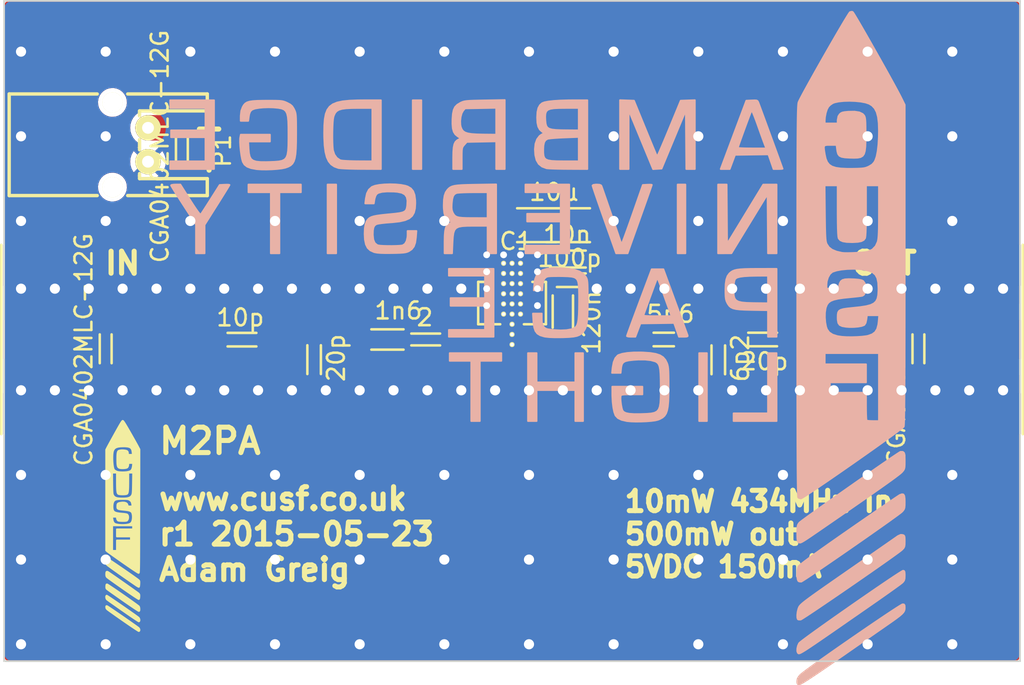
<source format=kicad_pcb>
(kicad_pcb (version 20221018) (generator pcbnew)
  (title_block (title "Martlet 2 RF PA") (date "Sat 23 May 2015") (rev "1") (company "Cambridge University Spaceflight") (comment 1 "Drawn By: Adam Greig"))
  (layers (0 "F.Cu" signal) (31 "B.Cu" signal) (34 "B.Paste" user) (35 "F.Paste" user) (36 "B.SilkS" user "B.Silkscreen") (37 "F.SilkS" user "F.Silkscreen") (38 "B.Mask" user) (39 "F.Mask" user) (44 "Edge.Cuts" user))
  (net 0 "")
  (net 1 "Net-(C1-Pad1)")
  (net 2 "Net-(C1-Pad2)")
  (net 3 "GND")
  (net 4 "+5V")
  (net 5 "Net-(C5-Pad2)")
  (net 6 "Net-(C7-Pad2)")
  (net 7 "Net-(IC1-Pad1)")
  (net 8 "Net-(IC1-Pad3)")
  (net 9 "Net-(L1-Pad1)")
  (footprint "m2pa:C0402" (layer "F.Cu") (at 123.55 87.01 180)
    (fp_text reference "C1" hide)
    (fp_text value "10p" (at 0.6 1.3 180) (layer "F.SilkS"))
    (pad "1" smd rect locked (at 0 0 180) (size 0.6 0.6) (layers "F.Cu" "F.Paste" "F.Mask") (net 1 "Net-(C1-Pad1)"))
    (pad "2" smd rect locked (at 1 0 180) (size 0.6 0.6) (layers "F.Cu" "F.Paste" "F.Mask") (net 2 "Net-(C1-Pad2)"))
  )
  (footprint "m2pa:C0402" (layer "F.Cu") (at 127.31 88.69 90)
    (fp_text reference "C2" hide)
    (fp_text value "20p" (at 0.6 1.3 90) (layer "F.SilkS"))
    (pad "1" smd rect locked (at 0 0 90) (size 0.6 0.6) (layers "F.Cu" "F.Paste" "F.Mask") (net 3 "GND"))
    (pad "2" smd rect locked (at 1 0 90) (size 0.6 0.6) (layers "F.Cu" "F.Paste" "F.Mask") (net 1 "Net-(C1-Pad1)"))
  )
  (footprint "m2pa:C0402" (layer "F.Cu") (at 143 83.5 180)
    (fp_text reference "C3" hide)
    (fp_text value "100p" (at 0.6 1.3 180) (layer "F.SilkS"))
    (pad "1" smd rect (at 0 0 180) (size 0.6 0.6) (layers "F.Cu" "F.Paste" "F.Mask") (net 4 "+5V"))
    (pad "2" smd rect (at 1 0 180) (size 0.6 0.6) (layers "F.Cu" "F.Paste" "F.Mask") (net 3 "GND"))
  )
  (footprint "m2pa:C0603" (layer "F.Cu") (at 143 82.25 180)
    (fp_text reference "C4" hide)
    (fp_text value "10n" (at 0.75 1.45 180) (layer "F.SilkS"))
    (pad "1" smd rect (at 0 0 180) (size 0.7 0.8) (layers "F.Cu" "F.Paste" "F.Mask") (net 4 "+5V"))
    (pad "2" smd rect (at 1.4 0 180) (size 0.7 0.8) (layers "F.Cu" "F.Paste" "F.Mask") (net 3 "GND"))
  )
  (footprint "m2pa:C0402" (layer "F.Cu") (at 151.18 88.7 90)
    (fp_text reference "C5" hide)
    (fp_text value "6p2" (at 0.6 1.3 90) (layer "F.SilkS"))
    (pad "1" smd rect locked (at 0 0 90) (size 0.6 0.6) (layers "F.Cu" "F.Paste" "F.Mask") (net 3 "GND"))
    (pad "2" smd rect locked (at 1 0 90) (size 0.6 0.6) (layers "F.Cu" "F.Paste" "F.Mask") (net 5 "Net-(C5-Pad2)"))
  )
  (footprint "m2pa:C1206" (layer "F.Cu") (at 143 80.25 180)
    (fp_text reference "C6" hide)
    (fp_text value "10µ" (at 1.5 1.95 180) (layer "F.SilkS"))
    (pad "1" smd rect (at 0 0 180) (size 1.2 1.7) (layers "F.Cu" "F.Paste" "F.Mask") (net 4 "+5V"))
    (pad "2" smd rect (at 3.1 0 180) (size 1.2 1.7) (layers "F.Cu" "F.Paste" "F.Mask") (net 3 "GND"))
  )
  (footprint "m2pa:C0402" (layer "F.Cu") (at 153.3 87)
    (fp_text reference "C7" hide)
    (fp_text value "20p" (at 0.6 1.3) (layer "F.SilkS"))
    (pad "1" smd rect (at 0 0) (size 0.6 0.6) (layers "F.Cu" "F.Paste" "F.Mask") (net 5 "Net-(C5-Pad2)"))
    (pad "2" smd rect (at 1 0) (size 0.6 0.6) (layers "F.Cu" "F.Paste" "F.Mask") (net 6 "Net-(C7-Pad2)"))
  )
  (footprint "m2pa:R0402" (layer "F.Cu") (at 115 87 -90)
    (fp_text reference "D1" hide)
    (fp_text value "CGA0402MLC-12G" (at 0.6 1.3 270) (layer "F.SilkS"))
    (pad "1" smd rect (at 0 0 270) (size 0.6 0.5) (layers "F.Cu" "F.Paste" "F.Mask") (net 2 "Net-(C1-Pad2)"))
    (pad "2" smd rect (at 1.1 0 270) (size 0.6 0.5) (layers "F.Cu" "F.Paste" "F.Mask") (net 3 "GND"))
  )
  (footprint "m2pa:R0402" (layer "F.Cu") (at 163 87 -90)
    (fp_text reference "D2" hide)
    (fp_text value "CGA0402MLC-12G" (at 0.6 1.3 270) (layer "F.SilkS"))
    (pad "1" smd rect (at 0 0 270) (size 0.6 0.5) (layers "F.Cu" "F.Paste" "F.Mask") (net 6 "Net-(C7-Pad2)"))
    (pad "2" smd rect (at 1.1 0 270) (size 0.6 0.5) (layers "F.Cu" "F.Paste" "F.Mask") (net 3 "GND"))
  )
  (footprint "m2pa:SOT89-3" (layer "F.Cu") (at 139 87)
    (fp_text reference "IC1" (at 0 -5.8) (layer "F.SilkS"))
    (fp_text value "ADL5324" hide)
    (pad "1" smd rect (at -1.5 0 180) (size 0.9 1.3) (layers "F.Cu" "F.Paste" "F.Mask") (net 7 "Net-(IC1-Pad1)"))
    (pad "2" thru_hole circle (at -0.5 -4.5 180) (size 0.3 0.3) (drill 0.2) (layers "*.Cu" "F.SilkS" "F.Mask") (net 3 "GND"))
    (pad "2" thru_hole circle (at -0.5 -3.9 180) (size 0.3 0.3) (drill 0.2) (layers "*.Cu" "F.SilkS" "F.Mask") (net 3 "GND"))
    (pad "2" thru_hole circle (at -0.5 -3.3 180) (size 0.3 0.3) (drill 0.2) (layers "*.Cu" "F.SilkS" "F.Mask") (net 3 "GND"))
    (pad "2" thru_hole circle (at -0.5 -2.7 180) (size 0.3 0.3) (drill 0.2) (layers "*.Cu" "F.SilkS" "F.Mask") (net 3 "GND"))
    (pad "2" thru_hole circle (at -0.5 -2.1 180) (size 0.3 0.3) (drill 0.2) (layers "*.Cu" "F.SilkS" "F.Mask") (net 3 "GND"))
    (pad "2" thru_hole circle (at -0.5 -1.5 180) (size 0.3 0.3) (drill 0.2) (layers "*.Cu" "F.SilkS" "F.Mask") (net 3 "GND"))
    (pad "2" thru_hole circle (at 0 -4.5 180) (size 0.3 0.3) (drill 0.2) (layers "*.Cu" "F.SilkS" "F.Mask") (net 3 "GND"))
    (pad "2" thru_hole circle (at 0 -3.9 180) (size 0.3 0.3) (drill 0.2) (layers "*.Cu" "F.SilkS" "F.Mask") (net 3 "GND"))
    (pad "2" thru_hole circle (at 0 -3.3 180) (size 0.3 0.3) (drill 0.2) (layers "*.Cu" "F.SilkS" "F.Mask") (net 3 "GND"))
    (pad "2" smd rect (at 0 -3 180) (size 1.8 3.5) (layers "F.Cu" "F.Paste" "F.Mask") (net 3 "GND"))
    (pad "2" smd rect (at 0 -3 180) (size 1.8 3.5) (layers "B.Cu") (net 3 "GND"))
    (pad "2" thru_hole circle (at 0 -2.7 180) (size 0.3 0.3) (drill 0.2) (layers "*.Cu" "F.SilkS" "F.Mask") (net 3 "GND"))
    (pad "2" thru_hole circle (at 0 -2.1 180) (size 0.3 0.3) (drill 0.2) (layers "*.Cu" "F.SilkS" "F.Mask") (net 3 "GND"))
    (pad "2" thru_hole circle (at 0 -1.5 180) (size 0.3 0.3) (drill 0.2) (layers "*.Cu" "F.SilkS" "F.Mask") (net 3 "GND"))
    (pad "2" thru_hole circle (at 0 -0.9 180) (size 0.3 0.3) (drill 0.2) (layers "*.Cu" "F.SilkS" "F.Mask") (net 3 "GND"))
    (pad "2" thru_hole circle (at 0 -0.3 180) (size 0.3 0.3) (drill 0.2) (layers "*.Cu" "F.SilkS" "F.Mask") (net 3 "GND"))
    (pad "2" smd rect (at 0 -0.3 180) (size 0.9 1.9) (layers "F.Cu" "F.Paste" "F.Mask") (net 3 "GND"))
    (pad "2" smd rect (at 0 -0.3 180) (size 0.9 1.9) (layers "B.Cu") (net 3 "GND"))
    (pad "2" thru_hole circle (at 0 0.3 180) (size 0.3 0.3) (drill 0.2) (layers "*.Cu" "F.SilkS" "F.Mask") (net 3 "GND"))
    (pad "2" thru_hole circle (at 0.5 -4.5 180) (size 0.3 0.3) (drill 0.2) (layers "*.Cu" "F.SilkS" "F.Mask") (net 3 "GND"))
    (pad "2" thru_hole circle (at 0.5 -3.9 180) (size 0.3 0.3) (drill 0.2) (layers "*.Cu" "F.SilkS" "F.Mask") (net 3 "GND"))
    (pad "2" thru_hole circle (at 0.5 -3.3 180) (size 0.3 0.3) (drill 0.2) (layers "*.Cu" "F.SilkS" "F.Mask") (net 3 "GND"))
    (pad "2" thru_hole circle (at 0.5 -2.7 180) (size 0.3 0.3) (drill 0.2) (layers "*.Cu" "F.SilkS" "F.Mask") (net 3 "GND"))
    (pad "2" thru_hole circle (at 0.5 -2.1 180) (size 0.3 0.3) (drill 0.2) (layers "*.Cu" "F.SilkS" "F.Mask") (net 3 "GND"))
    (pad "2" thru_hole circle (at 0.5 -1.5 180) (size 0.3 0.3) (drill 0.2) (layers "*.Cu" "F.SilkS" "F.Mask") (net 3 "GND"))
    (pad "3" smd rect (at 1.5 0 180) (size 0.9 1.3) (layers "F.Cu" "F.Paste" "F.Mask") (net 8 "Net-(IC1-Pad3)"))
  )
  (footprint "m2pa:L0603" (layer "F.Cu") (at 132.29 87 180)
    (fp_text reference "L1" hide)
    (fp_text value "1n6" (at 0 1.7 180) (layer "F.SilkS"))
    (pad "1" smd rect locked (at 0 0 180) (size 0.64 1.02) (layers "F.Cu" "F.Paste" "F.Mask") (net 9 "Net-(L1-Pad1)"))
    (pad "2" smd rect locked (at 1.28 0 180) (size 0.64 1.02) (layers "F.Cu" "F.Paste" "F.Mask") (net 1 "Net-(C1-Pad1)"))
  )
  (footprint "m2pa:L0603" (layer "F.Cu") (at 142 86 90)
    (fp_text reference "L2" hide)
    (fp_text value "120n" (at 0 1.7 90) (layer "F.SilkS"))
    (pad "1" smd rect (at 0 0 90) (size 0.64 1.02) (layers "F.Cu" "F.Paste" "F.Mask") (net 8 "Net-(IC1-Pad3)"))
    (pad "2" smd rect (at 1.28 0 90) (size 0.64 1.02) (layers "F.Cu" "F.Paste" "F.Mask") (net 4 "+5V"))
  )
  (footprint "m2pa:L0402" (layer "F.Cu") (at 148.36 87 180)
    (fp_text reference "L3" hide)
    (fp_text value "5n6" (at 0 1.5 180) (layer "F.SilkS"))
    (pad "1" smd rect locked (at 0 0 180) (size 0.36 0.66) (layers "F.Cu" "F.Paste" "F.Mask") (net 5 "Net-(C5-Pad2)"))
    (pad "2" smd rect locked (at 0.82 0 180) (size 0.36 0.66) (layers "F.Cu" "F.Paste" "F.Mask") (net 8 "Net-(IC1-Pad3)"))
  )
  (footprint "m2pa:S02B-PASK-2" (layer "F.Cu") (at 117.5 76.5 90)
    (fp_text reference "P1" (at 0.64 4.38 90) (layer "F.SilkS"))
    (fp_text value "CONN_01X02" hide)
    (pad "" np_thru_hole circle (at -1.5 -2.1 90) (size 1.2 1.2) (drill 1.2) (layers "*.Cu" "*.Mask" "F.SilkS"))
    (pad "" np_thru_hole circle (at 3.5 -2.1 90) (size 1.2 1.2) (drill 1.2) (layers "*.Cu" "*.Mask" "F.SilkS"))
    (pad "1" thru_hole circle (at 0 0 90) (size 1.5 1.5) (drill 0.7) (layers "*.Cu" "*.Mask" "F.SilkS") (net 3 "GND"))
    (pad "2" thru_hole circle (at 2 0 90) (size 1.5 1.5) (drill 0.7) (layers "*.Cu" "*.Mask" "F.SilkS") (net 4 "+5V"))
  )
  (footprint "m2pa:SMA-142-0701-801" (layer "F.Cu") (at 111.5 87 90)
    (fp_text reference "P2" hide)
    (fp_text value "SMA" hide)
    (pad "1" smd rect (at 0 0 90) (size 2.286 5.08) (layers "F.Cu" "F.Mask") (net 2 "Net-(C1-Pad2)"))
    (pad "2" smd rect (at -4.3815 0 90) (size 2.413 5.08) (layers "F.Cu" "F.Mask") (net 3 "GND"))
    (pad "3" smd rect (at 4.3815 0 90) (size 2.413 5.08) (layers "F.Cu" "F.Mask") (net 3 "GND"))
    (pad "4" smd rect (at -4.3815 0 90) (size 2.413 5.08) (layers "B.Cu" "B.Mask") (net 3 "GND"))
    (pad "5" smd rect (at 4.3815 0 90) (size 2.413 5.08) (layers "B.Cu" "B.Mask") (net 3 "GND"))
  )
  (footprint "m2pa:SMA-142-0701-801" (layer "F.Cu") (at 166.5 87 -90)
    (fp_text reference "P3" hide)
    (fp_text value "SMA" hide)
    (pad "1" smd rect (at 0 0 270) (size 2.286 5.08) (layers "F.Cu" "F.Mask") (net 6 "Net-(C7-Pad2)"))
    (pad "2" smd rect (at -4.3815 0 270) (size 2.413 5.08) (layers "F.Cu" "F.Mask") (net 3 "GND"))
    (pad "3" smd rect (at 4.3815 0 270) (size 2.413 5.08) (layers "F.Cu" "F.Mask") (net 3 "GND"))
    (pad "4" smd rect (at -4.3815 0 270) (size 2.413 5.08) (layers "B.Cu" "B.Mask") (net 3 "GND"))
    (pad "5" smd rect (at 4.3815 0 270) (size 2.413 5.08) (layers "B.Cu" "B.Mask") (net 3 "GND"))
  )
  (footprint "m2pa:R0402" (layer "F.Cu") (at 134.45 87 180)
    (fp_text reference "R1" hide)
    (fp_text value "2" (at 0.6 1.3 180) (layer "F.SilkS"))
    (pad "1" smd rect locked (at 0 0 180) (size 0.6 0.5) (layers "F.Cu" "F.Paste" "F.Mask") (net 7 "Net-(IC1-Pad1)"))
    (pad "2" smd rect locked (at 1.1 0 180) (size 0.6 0.5) (layers "F.Cu" "F.Paste" "F.Mask") (net 9 "Net-(L1-Pad1)"))
  )
  (footprint "m2pa:R0402" (layer "F.Cu") (at 119.5 75 -90)
    (fp_text reference "D3" hide)
    (fp_text value "CGA0402MLC-12G" (at 0.6 1.3 270) (layer "F.SilkS"))
    (pad "1" smd rect (at 0 0 270) (size 0.6 0.5) (layers "F.Cu" "F.Paste" "F.Mask") (net 4 "+5V"))
    (pad "2" smd rect (at 1.1 0 270) (size 0.6 0.5) (layers "F.Cu" "F.Paste" "F.Mask") (net 3 "GND"))
  )
  (footprint "m2pa:cusf_logo_small" (layer "F.Cu") (at 116 98)
    (fp_text reference "G***" hide)
    (fp_text value "LOGO" hide)
  )
  (footprint "m2pa:cusf_logo_full" (layer "F.Cu") (at 140.5 87.5)
    (fp_text reference "G***" hide)
    (fp_text value "LOGO" hide)
  )
  (gr_line (start 169 67) (end 169 106) (stroke (width 0.1)) (layer "Edge.Cuts"))
  (gr_line (start 169 106) (end 109 106) (stroke (width 0.1)) (layer "Edge.Cuts"))
  (gr_line (start 109 67) (end 169 67) (stroke (width 0.1)) (layer "Edge.Cuts"))
  (gr_line (start 109 67) (end 109 106) (stroke (width 0.1)) (layer "Edge.Cuts"))
  (gr_text "10mW 434MHz in\n500mW out\n5VDC 150mA" (at 145.5 98.5) (layer "F.SilkS") (effects (font (size 1.2 1.2) (thickness 0.3)) (justify left)))
  (gr_text "OUT" (at 161 82.5) (layer "F.SilkS") (effects (font (size 1.3 1.3) (thickness 0.3))))
  (gr_text "IN" (at 116 82.5) (layer "F.SilkS") (effects (font (size 1.3 1.3) (thickness 0.3))))
  (gr_text "-+" (at 121 75.5 90) (layer "F.SilkS") (effects (font (size 1.5 1.5) (thickness 0.3))))
  (gr_text "M2PA" (at 118 93) (layer "F.SilkS") (effects (font (size 1.5 1.5) (thickness 0.3)) (justify left)))
  (gr_text "www.cusf.co.uk\nr1 2015-05-23\nAdam Greig" (at 118 98.5) (layer "F.SilkS") (effects (font (size 1.3 1.3) (thickness 0.3)) (justify left)))
  (segment (start 124.29 87.01) (end 124.3 87) (width 2) (layer "F.Cu") (net 1))
  (segment (start 124.3 87) (end 127.3 87) (width 2) (layer "F.Cu") (net 1))
  (segment (start 129.5 87) (end 129.7 87) (width 2) (layer "F.Cu") (net 1))
  (segment (start 129.7 87) (end 129.9 87) (width 2) (layer "F.Cu") (net 1))
  (segment (start 129.9 87) (end 130 87) (width 2) (layer "F.Cu") (net 1))
  (segment (start 130 87) (end 130.1 87) (width 2) (layer "F.Cu") (net 1))
  (segment (start 130.1 87) (end 131.01 87) (width 0.5) (layer "F.Cu") (net 1))
  (segment (start 127.3 87.5) (end 127.3 87) (width 0.5) (layer "F.Cu") (net 1))
  (segment (start 127.3 87) (end 129.5 87) (width 2) (layer "F.Cu") (net 1))
  (segment (start 123.55 87.01) (end 124.29 87.01) (width 0.3) (layer "F.Cu") (net 1))
  (segment (start 121.5 87) (end 121.51 87.01) (width 0.3) (layer "F.Cu") (net 2))
  (segment (start 121.51 87.01) (end 122.55 87.01) (width 0.3) (layer "F.Cu") (net 2))
  (segment (start 111.5 87) (end 115 87) (width 1) (layer "F.Cu") (net 2))
  (segment (start 116.5 87) (end 121.5 87) (width 2) (layer "F.Cu") (net 2))
  (segment (start 115 87) (end 116.5 87) (width 1) (layer "F.Cu") (net 2))
  (segment (start 137.5 83) (end 138.5 84) (width 0.3) (layer "F.Cu") (net 3))
  (segment (start 139.5 84) (end 140.5 83) (width 0.3) (layer "F.Cu") (net 3))
  (segment (start 139 83.5) (end 137.5 82) (width 0.3) (layer "F.Cu") (net 3))
  (segment (start 139 83.5) (end 140.5 82) (width 0.3) (layer "F.Cu") (net 3))
  (segment (start 138.5 82) (end 139 82.5) (width 0.3) (layer "F.Cu") (net 3))
  (segment (start 139 82.5) (end 139.5 82) (width 0.3) (layer "F.Cu") (net 3))
  (segment (start 138.5 84) (end 137.5 85) (width 0.3) (layer "F.Cu") (net 3))
  (segment (start 139.5 84) (end 140.5 85) (width 0.3) (layer "F.Cu") (net 3))
  (segment (start 111.3815 82.6185) (end 110 84) (width 0.5) (layer "F.Cu") (net 3))
  (segment (start 112 84) (end 114 84) (width 0.5) (layer "F.Cu") (net 3))
  (segment (start 116 84) (end 118 84) (width 0.5) (layer "F.Cu") (net 3))
  (segment (start 120 84) (end 122 84) (width 0.5) (layer "F.Cu") (net 3))
  (segment (start 124 84) (end 126 84) (width 0.5) (layer "F.Cu") (net 3))
  (segment (start 128 84) (end 130 84) (width 0.5) (layer "F.Cu") (net 3))
  (segment (start 132 84) (end 134 84) (width 0.5) (layer "F.Cu") (net 3))
  (segment (start 166.6185 82.6185) (end 168 84) (width 0.5) (layer "F.Cu") (net 3))
  (segment (start 166 84) (end 164 84) (width 0.5) (layer "F.Cu") (net 3))
  (segment (start 162 84) (end 160 84) (width 0.5) (layer "F.Cu") (net 3))
  (segment (start 158 84) (end 156 84) (width 0.5) (layer "F.Cu") (net 3))
  (segment (start 154 84) (end 152 84) (width 0.5) (layer "F.Cu") (net 3))
  (segment (start 150 84) (end 148 84) (width 0.5) (layer "F.Cu") (net 3))
  (segment (start 146 84) (end 144 84) (width 0.5) (layer "F.Cu") (net 3))
  (segment (start 111.3815 91.3815) (end 110 90) (width 0.5) (layer "F.Cu") (net 3))
  (segment (start 112 90) (end 114 90) (width 0.5) (layer "F.Cu") (net 3))
  (segment (start 116 90) (end 118 90) (width 0.5) (layer "F.Cu") (net 3))
  (segment (start 120 90) (end 122 90) (width 0.5) (layer "F.Cu") (net 3))
  (segment (start 124 90) (end 126 90) (width 0.5) (layer "F.Cu") (net 3))
  (segment (start 128 90) (end 130 90) (width 0.5) (layer "F.Cu") (net 3))
  (segment (start 132 90) (end 134 90) (width 0.5) (layer "F.Cu") (net 3))
  (segment (start 136 90) (end 138 90) (width 0.5) (layer "F.Cu") (net 3))
  (segment (start 140 90) (end 142 90) (width 0.5) (layer "F.Cu") (net 3))
  (segment (start 144 90) (end 146 90) (width 0.5) (layer "F.Cu") (net 3))
  (segment (start 148 90) (end 150 90) (width 0.5) (layer "F.Cu") (net 3))
  (segment (start 152 90) (end 154 90) (width 0.5) (layer "F.Cu") (net 3))
  (segment (start 156 90) (end 158 90) (width 0.5) (layer "F.Cu") (net 3))
  (segment (start 160 90) (end 162 90) (width 0.5) (layer "F.Cu") (net 3))
  (segment (start 164 90) (end 166 90) (width 0.5) (layer "F.Cu") (net 3))
  (segment (start 111.5 93.5) (end 110 95) (width 0.5) (layer "F.Cu") (net 3))
  (segment (start 110 100) (end 110 105) (width 0.5) (layer "F.Cu") (net 3))
  (segment (start 115 105) (end 115 100) (width 0.5) (layer "F.Cu") (net 3))
  (segment (start 115 95) (end 120 95) (width 0.5) (layer "F.Cu") (net 3))
  (segment (start 120 100) (end 120 105) (width 0.5) (layer "F.Cu") (net 3))
  (segment (start 125 105) (end 125 100) (width 0.5) (layer "F.Cu") (net 3))
  (segment (start 125 95) (end 130 95) (width 0.5) (layer "F.Cu") (net 3))
  (segment (start 130 100) (end 130 105) (width 0.5) (layer "F.Cu") (net 3))
  (segment (start 135 105) (end 135 100) (width 0.5) (layer "F.Cu") (net 3))
  (segment (start 135 95) (end 140 95) (width 0.5) (layer "F.Cu") (net 3))
  (segment (start 140 100) (end 140 105) (width 0.5) (layer "F.Cu") (net 3))
  (segment (start 145 105) (end 145 100) (width 0.5) (layer "F.Cu") (net 3))
  (segment (start 145 95) (end 150 95) (width 0.5) (layer "F.Cu") (net 3))
  (segment (start 150 100) (end 150 105) (width 0.5) (layer "F.Cu") (net 3))
  (segment (start 155 105) (end 155 100) (width 0.5) (layer "F.Cu") (net 3))
  (segment (start 155 95) (end 160 95) (width 0.5) (layer "F.Cu") (net 3))
  (segment (start 160 100) (end 160 105) (width 0.5) (layer "F.Cu") (net 3))
  (segment (start 165 105) (end 165 100) (width 0.5) (layer "F.Cu") (net 3))
  (segment (start 165 95) (end 166.5 93.5) (width 0.5) (layer "F.Cu") (net 3))
  (segment (start 166.5 93.5) (end 166.5 91.3815) (width 0.5) (layer "F.Cu") (net 3))
  (segment (start 166.5 81.5) (end 165 80) (width 0.5) (layer "F.Cu") (net 3))
  (segment (start 165 75) (end 165 70) (width 0.5) (layer "F.Cu") (net 3))
  (segment (start 160 70) (end 160 75) (width 0.5) (layer "F.Cu") (net 3))
  (segment (start 160 80) (end 155 80) (width 0.5) (layer "F.Cu") (net 3))
  (segment (start 155 75) (end 155 70) (width 0.5) (layer "F.Cu") (net 3))
  (segment (start 150 70) (end 150 75) (width 0.5) (layer "F.Cu") (net 3))
  (segment (start 150 80) (end 145 80) (width 0.5) (layer "F.Cu") (net 3))
  (segment (start 145 75) (end 145 70) (width 0.5) (layer "F.Cu") (net 3))
  (segment (start 140 70) (end 135 70) (width 0.5) (layer "F.Cu") (net 3))
  (segment (start 130 70) (end 125 70) (width 0.5) (layer "F.Cu") (net 3))
  (segment (start 120 70) (end 115 70) (width 0.5) (layer "F.Cu") (net 3))
  (segment (start 110 70) (end 110 75) (width 0.5) (layer "F.Cu") (net 3))
  (segment (start 115 75) (end 110 80) (width 0.5) (layer "F.Cu") (net 3))
  (segment (start 115 80) (end 120 80) (width 0.5) (layer "F.Cu") (net 3))
  (segment (start 125 80) (end 130 80) (width 0.5) (layer "F.Cu") (net 3))
  (segment (start 135 80) (end 135.25 80.25) (width 0.5) (layer "F.Cu") (net 3))
  (segment (start 135.25 80.25) (end 139.9 80.25) (width 0.5) (layer "F.Cu") (net 3))
  (segment (start 111.5 82.6185) (end 111.3815 82.6185) (width 0.5) (layer "F.Cu") (net 3))
  (segment (start 111.5 91.3815) (end 111.5 93.5) (width 0.5) (layer "F.Cu") (net 3))
  (segment (start 166.5 82.6185) (end 166.6185 82.6185) (width 0.5) (layer "F.Cu") (net 3))
  (segment (start 139 84) (end 140.5 84) (width 0.3) (layer "F.Cu") (net 3))
  (segment (start 163 88.1) (end 163 89.5) (width 0.5) (layer "F.Cu") (net 3))
  (segment (start 139 84) (end 139 83.5) (width 0.3) (layer "F.Cu") (net 3))
  (segment (start 139 84) (end 137.5 84) (width 0.3) (layer "F.Cu") (net 3))
  (segment (start 166.5 82.6185) (end 166.5 81.5) (width 0.5) (layer "F.Cu") (net 3))
  (segment (start 139 84) (end 139 82.5) (width 0.3) (layer "F.Cu") (net 3))
  (segment (start 111.5 91.3815) (end 111.3815 91.3815) (width 0.5) (layer "F.Cu") (net 3))
  (segment (start 139 84) (end 139.5 84) (width 0.3) (layer "F.Cu") (net 3))
  (segment (start 139 86.7) (end 139 89.7) (width 0.8) (layer "F.Cu") (net 3))
  (segment (start 139 86.7) (end 139 84) (width 0.3) (layer "F.Cu") (net 3))
  (segment (start 115 88.1) (end 115 89.5) (width 0.5) (layer "F.Cu") (net 3))
  (segment (start 139 84) (end 138.5 84) (width 0.3) (layer "F.Cu") (net 3))
  (via (at 150 90) (size 1) (drill 0.6) (layers "F.Cu" "B.Cu") (net 3))
  (via (at 130 105) (size 1) (drill 0.6) (layers "F.Cu" "B.Cu") (net 3))
  (via (at 145 105) (size 1) (drill 0.6) (layers "F.Cu" "B.Cu") (net 3))
  (via (at 155 100) (size 1) (drill 0.6) (layers "F.Cu" "B.Cu") (net 3))
  (via (at 139.5 82) (size 0.8) (drill 0.4) (layers "F.Cu" "B.Cu") (net 3))
  (via (at 137.5 83) (size 0.8) (drill 0.4) (layers "F.Cu" "B.Cu") (net 3))
  (via (at 160 80) (size 1) (drill 0.6) (layers "F.Cu" "B.Cu") (net 3))
  (via (at 152 84) (size 1) (drill 0.6) (layers "F.Cu" "B.Cu") (net 3))
  (via (at 130 100) (size 1) (drill 0.6) (layers "F.Cu" "B.Cu") (net 3))
  (via (at 130 84) (size 1) (drill 0.6) (layers "F.Cu" "B.Cu") (net 3))
  (via (at 130 70) (size 1) (drill 0.6) (layers "F.Cu" "B.Cu") (net 3))
  (via (at 120 84) (size 1) (drill 0.6) (layers "F.Cu" "B.Cu") (net 3))
  (via (at 146 90) (size 1) (drill 0.6) (layers "F.Cu" "B.Cu") (net 3))
  (via (at 145 75) (size 1) (drill 0.6) (layers "F.Cu" "B.Cu") (net 3))
  (via (at 120 80) (size 1) (drill 0.6) (layers "F.Cu" "B.Cu") (net 3))
  (via (at 120 70) (size 1) (drill 0.6) (layers "F.Cu" "B.Cu") (net 3))
  (via (at 140 70) (size 1) (drill 0.6) (layers "F.Cu" "B.Cu") (net 3))
  (via (at 130 95) (size 1) (drill 0.6) (layers "F.Cu" "B.Cu") (net 3))
  (via (at 148 84) (size 1) (drill 0.6) (layers "F.Cu" "B.Cu") (net 3))
  (via (at 128 90) (size 1) (drill 0.6) (layers "F.Cu" "B.Cu") (net 3))
  (via (at 110 75) (size 1) (drill 0.6) (layers "F.Cu" "B.Cu") (net 3))
  (via (at 165 70) (size 1) (drill 0.6) (layers "F.Cu" "B.Cu") (net 3))
  (via (at 120 100) (size 1) (drill 0.6) (layers "F.Cu" "B.Cu") (net 3))
  (via (at 155 80) (size 1) (drill 0.6) (layers "F.Cu" "B.Cu") (net 3))
  (via (at 162 84) (size 1) (drill 0.6) (layers "F.Cu" "B.Cu") (net 3))
  (via (at 155 105) (size 1) (drill 0.6) (layers "F.Cu" "B.Cu") (net 3))
  (via (at 140.5 82) (size 0.8) (drill 0.4) (layers "F.Cu" "B.Cu") (net 3))
  (via (at 140 90) (size 1) (drill 0.6) (layers "F.Cu" "B.Cu") (net 3))
  (via (at 115 100) (size 1) (drill 0.6) (layers "F.Cu" "B.Cu") (net 3))
  (via (at 142 90) (size 1) (drill 0.6) (layers "F.Cu" "B.Cu") (net 3))
  (via (at 155 95) (size 1) (drill 0.6) (layers "F.Cu" "B.Cu") (net 3))
  (via (at 150 100) (size 1) (drill 0.6) (layers "F.Cu" "B.Cu") (net 3))
  (via (at 138 90) (size 1) (drill 0.6) (layers "F.Cu" "B.Cu") (net 3))
  (via (at 134 84) (size 1) (drill 0.6) (layers "F.Cu" "B.Cu") (net 3))
  (via (at 154 84) (size 1) (drill 0.6) (layers "F.Cu" "B.Cu") (net 3))
  (via (at 165 105) (size 1) (drill 0.6) (layers "F.Cu" "B.Cu") (net 3))
  (via (at 135 95) (size 1) (drill 0.6) (layers "F.Cu" "B.Cu") (net 3))
  (via (at 165 100) (size 1) (drill 0.6) (layers "F.Cu" "B.Cu") (net 3))
  (via (at 124 90) (size 1) (drill 0.6) (layers "F.Cu" "B.Cu") (net 3))
  (via (at 115 70) (size 1) (drill 0.6) (layers "F.Cu" "B.Cu") (net 3))
  (via (at 160 84) (size 1) (drill 0.6) (layers "F.Cu" "B.Cu") (net 3))
  (via (at 120 95) (size 1) (drill 0.6) (layers "F.Cu" "B.Cu") (net 3))
  (via (at 134 90) (size 1) (drill 0.6) (layers "F.Cu" "B.Cu") (net 3))
  (via (at 156 84) (size 1) (drill 0.6) (layers "F.Cu" "B.Cu") (net 3))
  (via (at 112 84) (size 1) (drill 0.6) (layers "F.Cu" "B.Cu") (net 3))
  (via (at 137.5 82) (size 0.8) (drill 0.4) (layers "F.Cu" "B.Cu") (net 3))
  (via (at 116 84) (size 1) (drill 0.6) (layers "F.Cu" "B.Cu") (net 3))
  (via (at 140.5 85) (size 0.8) (drill 0.4) (layers "F.Cu" "B.Cu") (net 3))
  (via (at 118 90) (size 1) (drill 0.6) (layers "F.Cu" "B.Cu") (net 3))
  (via (at 114 90) (size 1) (drill 0.6) (layers "F.Cu" "B.Cu") (net 3))
  (via (at 150 75) (size 1) (drill 0.6) (layers "F.Cu" "B.Cu") (net 3))
  (via (at 165 75) (size 1) (drill 0.6) (layers "F.Cu" "B.Cu") (net 3))
  (via (at 168 84) (size 1) (drill 0.6) (layers "F.Cu" "B.Cu") (net 3))
  (via (at 125 100) (size 1) (drill 0.6) (layers "F.Cu" "B.Cu") (net 3))
  (via (at 136 84) (size 1) (drill 0.6) (layers "F.Cu" "B.Cu") (net 3))
  (via (at 135 70) (size 1) (drill 0.6) (layers "F.Cu" "B.Cu") (net 3))
  (via (at 150 95) (size 1) (drill 0.6) (layers "F.Cu" "B.Cu") (net 3))
  (via (at 144 90) (size 1) (drill 0.6) (layers "F.Cu" "B.Cu") (net 3))
  (via (at 136 90) (size 1) (drill 0.6) (layers "F.Cu" "B.Cu") (net 3))
  (via (at 110 95) (size 1) (drill 0.6) (layers "F.Cu" "B.Cu") (net 3))
  (via (at 140 100) (size 1) (drill 0.6) (layers "F.Cu" "B.Cu") (net 3))
  (via (at 145 95) (size 1) (drill 0.6) (layers "F.Cu" "B.Cu") (net 3))
  (via (at 125 105) (size 1) (drill 0.6) (layers "F.Cu" "B.Cu") (net 3))
  (via (at 126 90) (size 1) (drill 0.6) (layers "F.Cu" "B.Cu") (net 3))
  (via (at 158 84) (size 1) (drill 0.6) (layers "F.Cu" "B.Cu") (net 3))
  (via (at 145 100) (size 1) (drill 0.6) (layers "F.Cu" "B.Cu") (net 3))
  (via (at 122 84) (size 1) (drill 0.6) (layers "F.Cu" "B.Cu") (net 3))
  (via (at 132 84) (size 1) (drill 0.6) (layers "F.Cu" "B.Cu") (net 3))
  (via (at 160 105) (size 1) (drill 0.6) (layers "F.Cu" "B.Cu") (net 3))
  (via (at 135 80) (size 1) (drill 0.6) (layers "F.Cu" "B.Cu") (net 3))
  (via (at 135 100) (size 1) (drill 0.6) (layers "F.Cu" "B.Cu") (net 3))
  (via (at 166 90) (size 1) (drill 0.6) (layers "F.Cu" "B.Cu") (net 3))
  (via (at 160 75) (size 1) (drill 0.6) (layers "F.Cu" "B.Cu") (net 3))
  (via (at 145 70) (size 1) (drill 0.6) (layers "F.Cu" "B.Cu") (net 3))
  (via (at 164 90) (size 1) (drill 0.6) (layers "F.Cu" "B.Cu") (net 3))
  (via (at 166 84) (size 1) (drill 0.6) (layers "F.Cu" "B.Cu") (net 3))
  (via (at 140.5 84) (size 0.8) (drill 0.4) (layers "F.Cu" "B.Cu") (net 3))
  (via (at 115 75) (size 1) (drill 0.6) (layers "F.Cu" "B.Cu") (net 3))
  (via (at 145 80) (size 1) (drill 0.6) (layers "F.Cu" "B.Cu") (net 3))
  (via (at 150 80) (size 1) (drill 0.6) (layers "F.Cu" "B.Cu") (net 3))
  (via (at 126 84) (size 1) (drill 0.6) (layers "F.Cu" "B.Cu") (net 3))
  (via (at 152 90) (size 1) (drill 0.6) (layers "F.Cu" "B.Cu") (net 3))
  (via (at 125 70) (size 1) (drill 0.6) (layers "F.Cu" "B.Cu") (net 3))
  (via (at 160 70) (size 1) (drill 0.6) (layers "F.Cu" "B.Cu") (net 3))
  (via (at 110 105) (size 1) (drill 0.6) (layers "F.Cu" "B.Cu") (net 3))
  (via (at 115 80) (size 1) (drill 0.6) (layers "F.Cu" "B.Cu") (net 3))
  (via (at 125 80) (size 1) (drill 0.6) (layers "F.Cu" "B.Cu") (net 3))
  (via (at 165 80) (size 1) (drill 0.6) (layers "F.Cu" "B.Cu") (net 3))
  (via (at 140 105) (size 1) (drill 0.6) (layers "F.Cu" "B.Cu") (net 3))
  (via (at 115 105) (size 1) (drill 0.6) (layers "F.Cu" "B.Cu") (net 3))
  (via (at 110 84) (size 1) (drill 0.6) (layers "F.Cu" "B.Cu") (net 3))
  (via (at 156 90) (size 1) (drill 0.6) (layers "F.Cu" "B.Cu") (net 3))
  (via (at 155 75) (size 1) (drill 0.6) (layers "F.Cu" "B.Cu") (net 3))
  (via (at 160 90) (size 1) (drill 0.6) (layers "F.Cu" "B.Cu") (net 3))
  (via (at 150 70) (size 1) (drill 0.6) (layers "F.Cu" "B.Cu") (net 3))
  (via (at 112 90) (size 1) (drill 0.6) (layers "F.Cu" "B.Cu") (net 3))
  (via (at 137.5 84) (size 0.8) (drill 0.4) (layers "F.Cu" "B.Cu") (net 3))
  (via (at 160 95) (size 1) (drill 0.6) (layers "F.Cu" "B.Cu") (net 3))
  (via (at 124 84) (size 1) (drill 0.6) (layers "F.Cu" "B.Cu") (net 3))
  (via (at 114 84) (size 1) (drill 0.6) (layers "F.Cu" "B.Cu") (net 3))
  (via (at 120 105) (size 1) (drill 0.6) (layers "F.Cu" "B.Cu") (net 3))
  (via (at 137.5 85) (size 0.8) (drill 0.4) (layers "F.Cu" "B.Cu") (net 3))
  (via (at 160 100) (size 1) (drill 0.6) (layers "F.Cu" "B.Cu") (net 3))
  (via (at 150 105) (size 1) (drill 0.6) (layers "F.Cu" "B.Cu") (net 3))
  (via (at 118 84) (size 1) (drill 0.6) (layers "F.Cu" "B.Cu") (net 3))
  (via (at 155 70) (size 1) (drill 0.6) (layers "F.Cu" "B.Cu") (net 3))
  (via (at 122 90) (size 1) (drill 0.6) (layers "F.Cu" "B.Cu") (net 3))
  (via (at 165 95) (size 1) (drill 0.6) (layers "F.Cu" "B.Cu") (net 3))
  (via (at 140.5 83) (size 0.8) (drill 0.4) (layers "F.Cu" "B.Cu") (net 3))
  (via (at 144 84) (size 1) (drill 0.6) (layers "F.Cu" "B.Cu") (net 3))
  (via (at 164 84) (size 1) (drill 0.6) (layers "F.Cu" "B.Cu") (net 3))
  (via (at 162 90) (size 1) (drill 0.6) (layers "F.Cu" "B.Cu") (net 3))
  (via (at 110 70) (size 1) (drill 0.6) (layers "F.Cu" "B.Cu") (net 3))
  (via (at 135 105) (size 1) (drill 0.6) (layers "F.Cu" "B.Cu") (net 3))
  (via (at 168 90) (size 1) (drill 0.6) (layers "F.Cu" "B.Cu") (net 3))
  (via (at 138.5 82) (size 0.8) (drill 0.4) (layers "F.Cu" "B.Cu") (net 3))
  (via (at 110 80) (size 1) (drill 0.6) (layers "F.Cu" "B.Cu") (net 3))
  (via (at 125 95) (size 1) (drill 0.6) (layers "F.Cu" "B.Cu") (net 3))
  (via (at 148 90) (size 1) (drill 0.6) (layers "F.Cu" "B.Cu") (net 3))
  (via (at 115 95) (size 1) (drill 0.6) (layers "F.Cu" "B.Cu") (net 3))
  (via (at 110 100) (size 1) (drill 0.6) (layers "F.Cu" "B.Cu") (net 3))
  (via (at 140 95) (size 1) (drill 0.6) (layers "F.Cu" "B.Cu") (net 3))
  (via (at 120 90) (size 1) (drill 0.6) (layers "F.Cu" "B.Cu") (net 3))
  (via (at 110 90) (size 1) (drill 0.6) (layers "F.Cu" "B.Cu") (net 3))
  (via (at 154 90) (size 1) (drill 0.6) (layers "F.Cu" "B.Cu") (net 3))
  (via (at 130 80) (size 1) (drill 0.6) (layers "F.Cu" "B.Cu") (net 3))
  (via (at 130 90) (size 1) (drill 0.6) (layers "F.Cu" "B.Cu") (net 3))
  (via (at 128 84) (size 1) (drill 0.6) (layers "F.Cu" "B.Cu") (net 3))
  (via (at 158 90) (size 1) (drill 0.6) (layers "F.Cu" "B.Cu") (net 3))
  (via (at 146 84) (size 1) (drill 0.6) (layers "F.Cu" "B.Cu") (net 3))
  (via (at 150 84) (size 1) (drill 0.6) (layers "F.Cu" "B.Cu") (net 3))
  (via (at 132 90) (size 1) (drill 0.6) (layers "F.Cu" "B.Cu") (net 3))
  (via (at 116 90) (size 1) (drill 0.6) (layers "F.Cu" "B.Cu") (net 3))
  (segment (start 110 84) (end 112 84) (width 0.5) (layer "B.Cu") (net 3))
  (segment (start 114 84) (end 116 84) (width 0.5) (layer "B.Cu") (net 3))
  (segment (start 118 84) (end 120 84) (width 0.5) (layer "B.Cu") (net 3))
  (segment (start 122 84) (end 124 84) (width 0.5) (layer "B.Cu") (net 3))
  (segment (start 126 84) (end 128 84) (width 0.5) (layer "B.Cu") (net 3))
  (segment (start 130 84) (end 132 84) (width 0.5) (layer "B.Cu") (net 3))
  (segment (start 134 84) (end 136 84) (width 0.5) (layer "B.Cu") (net 3))
  (segment (start 168 84) (end 166 84) (width 0.5) (layer "B.Cu") (net 3))
  (segment (start 164 84) (end 162 84) (width 0.5) (layer "B.Cu") (net 3))
  (segment (start 160 84) (end 158 84) (width 0.5) (layer "B.Cu") (net 3))
  (segment (start 156 84) (end 154 84) (width 0.5) (layer "B.Cu") (net 3))
  (segment (start 152 84) (end 150 84) (width 0.5) (layer "B.Cu") (net 3))
  (segment (start 148 84) (end 146 84) (width 0.5) (layer "B.Cu") (net 3))
  (segment (start 110 90) (end 112 90) (width 0.5) (layer "B.Cu") (net 3))
  (segment (start 114 90) (end 116 90) (width 0.5) (layer "B.Cu") (net 3))
  (segment (start 118 90) (end 120 90) (width 0.5) (layer "B.Cu") (net 3))
  (segment (start 122 90) (end 124 90) (width 0.5) (layer "B.Cu") (net 3))
  (segment (start 126 90) (end 128 90) (width 0.5) (layer "B.Cu") (net 3))
  (segment (start 130 90) (end 132 90) (width 0.5) (layer "B.Cu") (net 3))
  (segment (start 134 90) (end 136 90) (width 0.5) (layer "B.Cu") (net 3))
  (segment (start 138 90) (end 140 90) (width 0.5) (layer "B.Cu") (net 3))
  (segment (start 142 90) (end 144 90) (width 0.5) (layer "B.Cu") (net 3))
  (segment (start 146 90) (end 148 90) (width 0.5) (layer "B.Cu") (net 3))
  (segment (start 150 90) (end 152 90) (width 0.5) (layer "B.Cu") (net 3))
  (segment (start 154 90) (end 156 90) (width 0.5) (layer "B.Cu") (net 3))
  (segment (start 158 90) (end 160 90) (width 0.5) (layer "B.Cu") (net 3))
  (segment (start 162 90) (end 164 90) (width 0.5) (layer "B.Cu") (net 3))
  (segment (start 166 90) (end 168 90) (width 0.5) (layer "B.Cu") (net 3))
  (segment (start 110 95) (end 110 100) (width 0.5) (layer "B.Cu") (net 3))
  (segment (start 110 105) (end 115 105) (width 0.5) (layer "B.Cu") (net 3))
  (segment (start 115 100) (end 115 95) (width 0.5) (layer "B.Cu") (net 3))
  (segment (start 120 95) (end 120 100) (width 0.5) (layer "B.Cu") (net 3))
  (segment (start 120 105) (end 125 105) (width 0.5) (layer "B.Cu") (net 3))
  (segment (start 125 100) (end 125 95) (width 0.5) (layer "B.Cu") (net 3))
  (segment (start 130 95) (end 130 100) (width 0.5) (layer "B.Cu") (net 3))
  (segment (start 130 105) (end 135 105) (width 0.5) (layer "B.Cu") (net 3))
  (segment (start 135 100) (end 135 95) (width 0.5) (layer "B.Cu") (net 3))
  (segment (start 140 95) (end 140 100) (width 0.5) (layer "B.Cu") (net 3))
  (segment (start 140 105) (end 145 105) (width 0.5) (layer "B.Cu") (net 3))
  (segment (start 145 100) (end 145 95) (width 0.5) (layer "B.Cu") (net 3))
  (segment (start 150 95) (end 150 100) (width 0.5) (layer "B.Cu") (net 3))
  (segment (start 150 105) (end 155 105) (width 0.5) (layer "B.Cu") (net 3))
  (segment (start 155 100) (end 155 95) (width 0.5) (layer "B.Cu") (net 3))
  (segment (start 160 95) (end 160 100) (width 0.5) (layer "B.Cu") (net 3))
  (segment (start 160 105) (end 165 105) (width 0.5) (layer "B.Cu") (net 3))
  (segment (start 165 100) (end 165 95) (width 0.5) (layer "B.Cu") (net 3))
  (segment (start 165 80) (end 165 75) (width 0.5) (layer "B.Cu") (net 3))
  (segment (start 165 70) (end 160 70) (width 0.5) (layer "B.Cu") (net 3))
  (segment (start 160 75) (end 160 80) (width 0.5) (layer "B.Cu") (net 3))
  (segment (start 155 80) (end 155 75) (width 0.5) (layer "B.Cu") (net 3))
  (segment (start 155 70) (end 150 70) (width 0.5) (layer "B.Cu") (net 3))
  (segment (start 150 75) (end 150 80) (width 0.5) (layer "B.Cu") (net 3))
  (segment (start 145 80) (end 145 75) (width 0.5) (layer "B.Cu") (net 3))
  (segment (start 145 70) (end 140 70) (width 0.5) (layer "B.Cu") (net 3))
  (segment (start 135 70) (end 130 70) (width 0.5) (layer "B.Cu") (net 3))
  (segment (start 125 70) (end 120 70) (width 0.5) (layer "B.Cu") (net 3))
  (segment (start 115 70) (end 110 70) (width 0.5) (layer "B.Cu") (net 3))
  (segment (start 110 75) (end 115 75) (width 0.5) (layer "B.Cu") (net 3))
  (segment (start 110 80) (end 115 80) (width 0.5) (layer "B.Cu") (net 3))
  (segment (start 120 80) (end 125 80) (width 0.5) (layer "B.Cu") (net 3))
  (segment (start 130 80) (end 135 80) (width 0.5) (layer "B.Cu") (net 3))
  (segment (start 143 84.2) (end 142.48 84.72) (width 0.5) (layer "F.Cu") (net 4))
  (segment (start 142.48 84.72) (end 142 84.72) (width 0.5) (layer "F.Cu") (net 4))
  (segment (start 140 74.5) (end 143 77.5) (width 1.5) (layer "F.Cu") (net 4))
  (segment (start 143 77.5) (end 143 80.25) (width 1.5) (layer "F.Cu") (net 4))
  (segment (start 119.5 74.5) (end 140 74.5) (width 1.5) (layer "F.Cu") (net 4))
  (segment (start 119.5 75) (end 119.5 74.5) (width 0.5) (layer "F.Cu") (net 4))
  (segment (start 143 82.25) (end 143 83.5) (width 0.8) (layer "F.Cu") (net 4))
  (segment (start 117.5 74.5) (end 119.5 74.5) (width 1.5) (layer "F.Cu") (net 4))
  (segment (start 143 80.25) (end 143 82.25) (width 1) (layer "F.Cu") (net 4))
  (segment (start 143 83.5) (end 143 84.2) (width 0.5) (layer "F.Cu") (net 4))
  (segment (start 149.25 87) (end 151.29 87) (width 2) (layer "F.Cu") (net 5))
  (segment (start 152.5 87) (end 153.3 87) (width 0.3) (layer "F.Cu") (net 5))
  (segment (start 151.29 87) (end 152.5 87) (width 2) (layer "F.Cu") (net 5))
  (segment (start 151.18 87) (end 151.29 87) (width 0.5) (layer "F.Cu") (net 5))
  (segment (start 151.18 87.7) (end 151.18 87) (width 0.5) (layer "F.Cu") (net 5))
  (segment (start 148.36 87) (end 149.25 87) (width 0.3) (layer "F.Cu") (net 5))
  (segment (start 155.5 87) (end 155 87) (width 2) (layer "F.Cu") (net 6))
  (segment (start 155 87) (end 154.3 87) (width 0.3) (layer "F.Cu") (net 6))
  (segment (start 166.5 87) (end 163 87) (width 1) (layer "F.Cu") (net 6))
  (segment (start 161.5 87) (end 155.5 87) (width 2) (layer "F.Cu") (net 6))
  (segment (start 163 87) (end 161.5 87) (width 1) (layer "F.Cu") (net 6))
  (segment (start 135 87) (end 136.25 87) (width 2) (layer "F.Cu") (net 7))
  (segment (start 136.25 87) (end 136.5 87) (width 2) (layer "F.Cu") (net 7))
  (segment (start 136.5 87) (end 137.5 87) (width 0.5) (layer "F.Cu") (net 7))
  (segment (start 134.45 87) (end 135 87) (width 0.8) (layer "F.Cu") (net 7))
  (segment (start 146.5 87) (end 142.25 87) (width 2) (layer "F.Cu") (net 8))
  (segment (start 141.25 87) (end 140.5 87) (width 0.5) (layer "F.Cu") (net 8))
  (segment (start 142.25 87) (end 141.25 87) (width 2) (layer "F.Cu") (net 8))
  (segment (start 142 87) (end 142.25 87) (width 0.5) (layer "F.Cu") (net 8))
  (segment (start 142 86) (end 142 87) (width 0.5) (layer "F.Cu") (net 8))
  (segment (start 147.54 87) (end 146.5 87) (width 0.3) (layer "F.Cu") (net 8))
  (segment (start 132.29 87) (end 133.35 87) (width 0.5) (layer "F.Cu") (net 9))
  (zone (net 3) (net_name "GND") (layer "F.Cu") (connect_pads (clearance 0.3)) (min_thickness 0.25) (fill yes (thermal_gap 0.3) (thermal_bridge_width 0.3))
    (polygon (pts (xy 169 85) (xy 153.2 85) (xy 152.6 85.6) (xy 149.2 85.6) (xy 148.6 85) (xy 130.8 85) (xy 130.2 85.6) (xy 124.4 85.6) (xy 123.8 85) (xy 109 85) (xy 109 67) (xy 169 67)))
  )
  (zone (net 3) (net_name "GND") (layer "F.Cu") (connect_pads (clearance 0.3)) (min_thickness 0.25) (fill yes (thermal_gap 0.3) (thermal_bridge_width 0.3))
    (polygon (pts (xy 169 106) (xy 109 106) (xy 109 89) (xy 123.8 89) (xy 124.4 88.4) (xy 130.2 88.4) (xy 130.8 89) (xy 148.6 89) (xy 149.2 88.4) (xy 152.6 88.4) (xy 153.2 89) (xy 169 89)))
  )
  (zone (net 3) (net_name "GND") (layer "B.Cu") (connect_pads (clearance 0.3)) (min_thickness 0.25) (fill yes (thermal_gap 0.3) (thermal_bridge_width 0.3) (smoothing fillet) (radius 0.5))
    (polygon (pts (xy 169 106) (xy 109 106) (xy 109 67) (xy 169 67)))
  )
)
</source>
